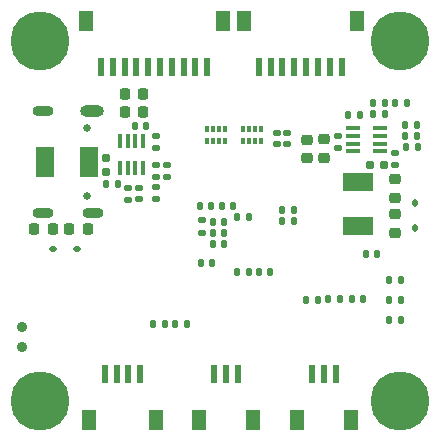
<source format=gbr>
%TF.GenerationSoftware,KiCad,Pcbnew,7.0.9*%
%TF.CreationDate,2023-12-01T13:28:00+08:00*%
%TF.ProjectId,NewSkyF7-Air,4e657753-6b79-4463-972d-4169722e6b69,rev?*%
%TF.SameCoordinates,Original*%
%TF.FileFunction,Soldermask,Bot*%
%TF.FilePolarity,Negative*%
%FSLAX46Y46*%
G04 Gerber Fmt 4.6, Leading zero omitted, Abs format (unit mm)*
G04 Created by KiCad (PCBNEW 7.0.9) date 2023-12-01 13:28:00*
%MOMM*%
%LPD*%
G01*
G04 APERTURE LIST*
G04 Aperture macros list*
%AMRoundRect*
0 Rectangle with rounded corners*
0 $1 Rounding radius*
0 $2 $3 $4 $5 $6 $7 $8 $9 X,Y pos of 4 corners*
0 Add a 4 corners polygon primitive as box body*
4,1,4,$2,$3,$4,$5,$6,$7,$8,$9,$2,$3,0*
0 Add four circle primitives for the rounded corners*
1,1,$1+$1,$2,$3*
1,1,$1+$1,$4,$5*
1,1,$1+$1,$6,$7*
1,1,$1+$1,$8,$9*
0 Add four rect primitives between the rounded corners*
20,1,$1+$1,$2,$3,$4,$5,0*
20,1,$1+$1,$4,$5,$6,$7,0*
20,1,$1+$1,$6,$7,$8,$9,0*
20,1,$1+$1,$8,$9,$2,$3,0*%
G04 Aperture macros list end*
%ADD10C,0.650000*%
%ADD11O,2.000000X1.000000*%
%ADD12O,1.800000X0.900000*%
%ADD13C,5.000000*%
%ADD14C,0.900000*%
%ADD15RoundRect,0.140000X-0.140000X-0.170000X0.140000X-0.170000X0.140000X0.170000X-0.140000X0.170000X0*%
%ADD16RoundRect,0.140000X0.140000X0.170000X-0.140000X0.170000X-0.140000X-0.170000X0.140000X-0.170000X0*%
%ADD17RoundRect,0.135000X-0.185000X0.135000X-0.185000X-0.135000X0.185000X-0.135000X0.185000X0.135000X0*%
%ADD18RoundRect,0.135000X0.185000X-0.135000X0.185000X0.135000X-0.185000X0.135000X-0.185000X-0.135000X0*%
%ADD19RoundRect,0.225000X-0.225000X-0.250000X0.225000X-0.250000X0.225000X0.250000X-0.225000X0.250000X0*%
%ADD20RoundRect,0.140000X-0.170000X0.140000X-0.170000X-0.140000X0.170000X-0.140000X0.170000X0.140000X0*%
%ADD21RoundRect,0.135000X-0.135000X-0.185000X0.135000X-0.185000X0.135000X0.185000X-0.135000X0.185000X0*%
%ADD22R,1.200000X1.800000*%
%ADD23R,0.600000X1.550000*%
%ADD24RoundRect,0.225000X-0.250000X0.225000X-0.250000X-0.225000X0.250000X-0.225000X0.250000X0.225000X0*%
%ADD25RoundRect,0.140000X0.170000X-0.140000X0.170000X0.140000X-0.170000X0.140000X-0.170000X-0.140000X0*%
%ADD26R,0.320000X0.500000*%
%ADD27RoundRect,0.135000X0.135000X0.185000X-0.135000X0.185000X-0.135000X-0.185000X0.135000X-0.185000X0*%
%ADD28RoundRect,0.225000X0.250000X-0.225000X0.250000X0.225000X-0.250000X0.225000X-0.250000X-0.225000X0*%
%ADD29RoundRect,0.112500X-0.112500X0.187500X-0.112500X-0.187500X0.112500X-0.187500X0.112500X0.187500X0*%
%ADD30R,0.300000X1.300000*%
%ADD31RoundRect,0.155000X0.212500X0.155000X-0.212500X0.155000X-0.212500X-0.155000X0.212500X-0.155000X0*%
%ADD32RoundRect,0.225000X0.225000X0.250000X-0.225000X0.250000X-0.225000X-0.250000X0.225000X-0.250000X0*%
%ADD33R,2.500000X1.500000*%
%ADD34R,1.500000X2.500000*%
%ADD35R,1.300000X0.300000*%
%ADD36RoundRect,0.155000X0.155000X-0.212500X0.155000X0.212500X-0.155000X0.212500X-0.155000X-0.212500X0*%
%ADD37RoundRect,0.112500X-0.187500X-0.112500X0.187500X-0.112500X0.187500X0.112500X-0.187500X0.112500X0*%
G04 APERTURE END LIST*
D10*
%TO.C,U4*%
X107510000Y-73238250D03*
X107510000Y-79018250D03*
D11*
X107990000Y-71803250D03*
D12*
X108020000Y-80458250D03*
X103810000Y-71803250D03*
X103810000Y-80453250D03*
%TD*%
D13*
%TO.C,J35*%
X103550000Y-65860000D03*
X103550000Y-96360000D03*
X134050000Y-65860000D03*
X134050000Y-96360000D03*
%TD*%
D14*
%TO.C,SW1*%
X102010000Y-91770000D03*
X102010000Y-90070000D03*
%TD*%
D15*
%TO.C,C25*%
X120270000Y-80790000D03*
X121230000Y-80790000D03*
%TD*%
D16*
%TO.C,C33*%
X132080000Y-83950000D03*
X131120000Y-83950000D03*
%TD*%
D17*
%TO.C,R9*%
X113400000Y-76380000D03*
X113400000Y-77400000D03*
%TD*%
D16*
%TO.C,C24*%
X119130000Y-82160000D03*
X118170000Y-82160000D03*
%TD*%
D18*
%TO.C,R12*%
X114340000Y-77400000D03*
X114340000Y-76380000D03*
%TD*%
D19*
%TO.C,C4*%
X110745000Y-71870000D03*
X112295000Y-71870000D03*
%TD*%
D15*
%TO.C,C8*%
X134472500Y-73010000D03*
X135432500Y-73010000D03*
%TD*%
D20*
%TO.C,C9*%
X111960000Y-78340000D03*
X111960000Y-79300000D03*
%TD*%
D21*
%TO.C,R13*%
X133572500Y-71160000D03*
X134592500Y-71160000D03*
%TD*%
D20*
%TO.C,C40*%
X124500000Y-73680000D03*
X124500000Y-74640000D03*
%TD*%
D16*
%TO.C,C29*%
X119130000Y-81240000D03*
X118170000Y-81240000D03*
%TD*%
%TO.C,C36*%
X130890000Y-87760000D03*
X129930000Y-87760000D03*
%TD*%
D22*
%TO.C,J1*%
X113330000Y-97945000D03*
X107730000Y-97945000D03*
D23*
X112030000Y-94070000D03*
X111030000Y-94070000D03*
X110030000Y-94070000D03*
X109030000Y-94070000D03*
%TD*%
D24*
%TO.C,C1*%
X126120000Y-74225000D03*
X126120000Y-75775000D03*
%TD*%
D16*
%TO.C,C30*%
X123030000Y-85410000D03*
X122070000Y-85410000D03*
%TD*%
D21*
%TO.C,R33*%
X134462500Y-73950000D03*
X135482500Y-73950000D03*
%TD*%
D16*
%TO.C,C28*%
X118050000Y-79820000D03*
X117090000Y-79820000D03*
%TD*%
D25*
%TO.C,C46*%
X123580000Y-74640000D03*
X123580000Y-73680000D03*
%TD*%
D26*
%TO.C,RN2*%
X120720000Y-73340000D03*
X121220000Y-73340000D03*
X121720000Y-73340000D03*
X122220000Y-73340000D03*
X122220000Y-74340000D03*
X121720000Y-74340000D03*
X121220000Y-74340000D03*
X120720000Y-74340000D03*
%TD*%
D27*
%TO.C,R11*%
X132722500Y-71160000D03*
X131702500Y-71160000D03*
%TD*%
D22*
%TO.C,J4*%
X120780000Y-64181750D03*
X130380000Y-64181750D03*
D23*
X122080000Y-68056750D03*
X123080000Y-68056750D03*
X124080000Y-68056750D03*
X125080000Y-68056750D03*
X126080000Y-68056750D03*
X127080000Y-68056750D03*
X128080000Y-68056750D03*
X129080000Y-68056750D03*
%TD*%
D16*
%TO.C,C27*%
X118120000Y-84650000D03*
X117160000Y-84650000D03*
%TD*%
D18*
%TO.C,R4*%
X111030000Y-79350000D03*
X111030000Y-78330000D03*
%TD*%
D19*
%TO.C,C15*%
X103065000Y-81800000D03*
X104615000Y-81800000D03*
%TD*%
D28*
%TO.C,C17*%
X133620000Y-82105000D03*
X133620000Y-80555000D03*
%TD*%
D18*
%TO.C,R18*%
X117260000Y-82100000D03*
X117260000Y-81080000D03*
%TD*%
D15*
%TO.C,C6*%
X111550000Y-73060000D03*
X112510000Y-73060000D03*
%TD*%
D27*
%TO.C,R26*%
X127110000Y-87770000D03*
X126090000Y-87770000D03*
%TD*%
%TO.C,R2*%
X135562500Y-74900000D03*
X134542500Y-74900000D03*
%TD*%
D19*
%TO.C,C2*%
X110745000Y-70410000D03*
X112295000Y-70410000D03*
%TD*%
D17*
%TO.C,R8*%
X133640000Y-75400000D03*
X133640000Y-76420000D03*
%TD*%
%TO.C,R14*%
X113410000Y-78240000D03*
X113410000Y-79260000D03*
%TD*%
D29*
%TO.C,D1*%
X135320000Y-79582500D03*
X135320000Y-81682500D03*
%TD*%
D16*
%TO.C,C31*%
X121210000Y-85410000D03*
X120250000Y-85410000D03*
%TD*%
D21*
%TO.C,R1*%
X129622500Y-72140000D03*
X130642500Y-72140000D03*
%TD*%
D30*
%TO.C,IC2*%
X112260000Y-76670000D03*
X111610000Y-76670000D03*
X110960000Y-76670000D03*
X110310000Y-76670000D03*
X110310000Y-74370000D03*
X110960000Y-74370000D03*
X111610000Y-74370000D03*
X112260000Y-74370000D03*
%TD*%
D22*
%TO.C,J36*%
X107410000Y-64180000D03*
X119010000Y-64180000D03*
D23*
X108710000Y-68055000D03*
X109710000Y-68055000D03*
X110710000Y-68055000D03*
X111710000Y-68055000D03*
X112710000Y-68055000D03*
X113710000Y-68055000D03*
X114710000Y-68055000D03*
X115710000Y-68055000D03*
X116710000Y-68055000D03*
X117710000Y-68055000D03*
%TD*%
D31*
%TO.C,C10*%
X132647500Y-76380000D03*
X131512500Y-76380000D03*
%TD*%
D32*
%TO.C,C18*%
X107580000Y-81800000D03*
X106030000Y-81800000D03*
%TD*%
D15*
%TO.C,C26*%
X118920000Y-79820000D03*
X119880000Y-79820000D03*
%TD*%
D21*
%TO.C,R7*%
X131712500Y-72100000D03*
X132732500Y-72100000D03*
%TD*%
%TO.C,R35*%
X114980000Y-89820000D03*
X116000000Y-89820000D03*
%TD*%
D33*
%TO.C,L2*%
X130510000Y-77850000D03*
X130510000Y-81550000D03*
%TD*%
D24*
%TO.C,C3*%
X127580000Y-74220000D03*
X127580000Y-75770000D03*
%TD*%
D27*
%TO.C,R15*%
X125080000Y-81160000D03*
X124060000Y-81160000D03*
%TD*%
D34*
%TO.C,L3*%
X107690000Y-76120000D03*
X103990000Y-76120000D03*
%TD*%
D20*
%TO.C,C5*%
X128770000Y-73955000D03*
X128770000Y-74915000D03*
%TD*%
D35*
%TO.C,IC1*%
X132340000Y-73280000D03*
X132340000Y-73930000D03*
X132340000Y-74580000D03*
X132340000Y-75230000D03*
X130040000Y-75230000D03*
X130040000Y-74580000D03*
X130040000Y-73930000D03*
X130040000Y-73280000D03*
%TD*%
D27*
%TO.C,R17*%
X134100000Y-89480000D03*
X133080000Y-89480000D03*
%TD*%
D36*
%TO.C,C11*%
X109160000Y-76957500D03*
X109160000Y-75822500D03*
%TD*%
D27*
%TO.C,R10*%
X110140000Y-77950000D03*
X109120000Y-77950000D03*
%TD*%
D16*
%TO.C,C23*%
X119130000Y-83080000D03*
X118170000Y-83080000D03*
%TD*%
D24*
%TO.C,C14*%
X133620000Y-77585000D03*
X133620000Y-79135000D03*
%TD*%
D17*
%TO.C,R3*%
X113410000Y-73940000D03*
X113410000Y-74960000D03*
%TD*%
D26*
%TO.C,RN1*%
X119210000Y-74340000D03*
X118710000Y-74340000D03*
X118210000Y-74340000D03*
X117710000Y-74340000D03*
X117710000Y-73340000D03*
X118210000Y-73340000D03*
X118710000Y-73340000D03*
X119210000Y-73340000D03*
%TD*%
D16*
%TO.C,C38*%
X128920000Y-87760000D03*
X127960000Y-87760000D03*
%TD*%
D27*
%TO.C,R21*%
X134100000Y-87830000D03*
X133080000Y-87830000D03*
%TD*%
D22*
%TO.C,J3*%
X121620000Y-97945000D03*
X117020000Y-97945000D03*
D23*
X120320000Y-94070000D03*
X119320000Y-94070000D03*
X118320000Y-94070000D03*
%TD*%
D21*
%TO.C,R34*%
X113110000Y-89820000D03*
X114130000Y-89820000D03*
%TD*%
D27*
%TO.C,R20*%
X134110000Y-86150000D03*
X133090000Y-86150000D03*
%TD*%
D37*
%TO.C,D2*%
X104622500Y-83490000D03*
X106722500Y-83490000D03*
%TD*%
D22*
%TO.C,J2*%
X129910000Y-97945000D03*
X125310000Y-97945000D03*
D23*
X128610000Y-94070000D03*
X127610000Y-94070000D03*
X126610000Y-94070000D03*
%TD*%
D21*
%TO.C,R16*%
X124060000Y-80220000D03*
X125080000Y-80220000D03*
%TD*%
M02*

</source>
